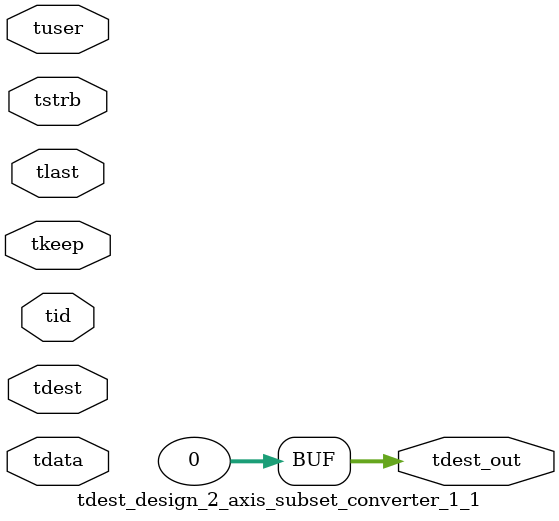
<source format=v>


`timescale 1ps/1ps

module tdest_design_2_axis_subset_converter_1_1 #
(
parameter C_S_AXIS_TDATA_WIDTH = 32,
parameter C_S_AXIS_TUSER_WIDTH = 0,
parameter C_S_AXIS_TID_WIDTH   = 0,
parameter C_S_AXIS_TDEST_WIDTH = 0,
parameter C_M_AXIS_TDEST_WIDTH = 32
)
(
input  [(C_S_AXIS_TDATA_WIDTH == 0 ? 1 : C_S_AXIS_TDATA_WIDTH)-1:0     ] tdata,
input  [(C_S_AXIS_TUSER_WIDTH == 0 ? 1 : C_S_AXIS_TUSER_WIDTH)-1:0     ] tuser,
input  [(C_S_AXIS_TID_WIDTH   == 0 ? 1 : C_S_AXIS_TID_WIDTH)-1:0       ] tid,
input  [(C_S_AXIS_TDEST_WIDTH == 0 ? 1 : C_S_AXIS_TDEST_WIDTH)-1:0     ] tdest,
input  [(C_S_AXIS_TDATA_WIDTH/8)-1:0 ] tkeep,
input  [(C_S_AXIS_TDATA_WIDTH/8)-1:0 ] tstrb,
input                                                                    tlast,
output [C_M_AXIS_TDEST_WIDTH-1:0] tdest_out
);

assign tdest_out = {1'b0};

endmodule


</source>
